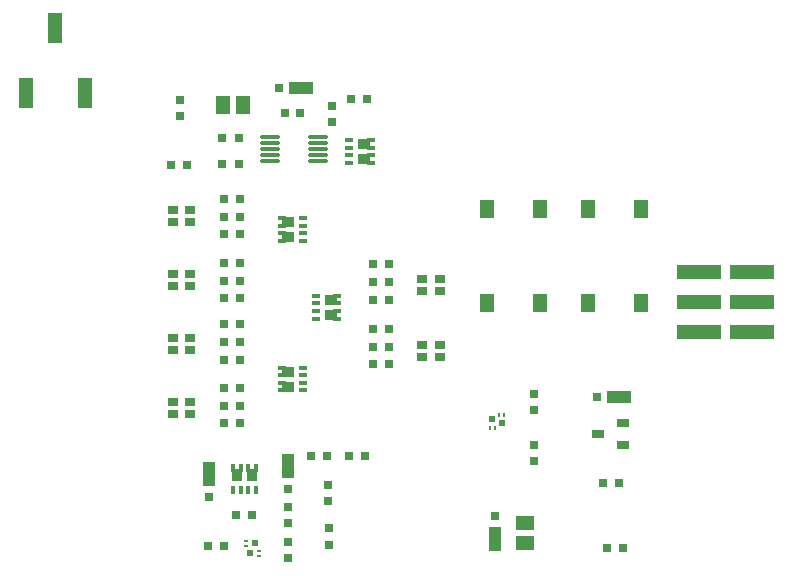
<source format=gtp>
%FSTAX23Y23*%
%MOIN*%
%SFA1B1*%

%IPPOS*%
%ADD64R,0.039400X0.037300*%
%ADD65R,0.039400X0.037400*%
%ADD66R,0.027600X0.011900*%
%ADD67R,0.029600X0.031600*%
%ADD68R,0.015800X0.008000*%
%ADD69R,0.019800X0.019800*%
%ADD70R,0.037300X0.039400*%
%ADD71R,0.037400X0.039400*%
%ADD72R,0.011900X0.027600*%
%ADD73R,0.150100X0.050100*%
%ADD74R,0.051300X0.061100*%
%ADD75O,0.067000X0.011900*%
%ADD76R,0.051300X0.059100*%
%ADD77R,0.031600X0.029600*%
%ADD78R,0.078800X0.043400*%
%ADD79R,0.031600X0.031600*%
%ADD80R,0.035500X0.027600*%
%ADD81R,0.040100X0.030100*%
%ADD82R,0.059100X0.051300*%
%ADD83R,0.043400X0.078800*%
%ADD84R,0.031600X0.031600*%
%ADD85R,0.008000X0.015800*%
%ADD86R,0.019800X0.019800*%
%ADD87R,0.047300X0.098500*%
%LNvapeixshield-1*%
%LPD*%
G54D64*
X03104Y04373D03*
Y03874D03*
X03247Y04063D03*
X03357Y04582D03*
G54D65*
X03104Y04322D03*
Y03823D03*
X03247Y04114D03*
X03357Y04633D03*
G54D66*
X03155Y04309D03*
Y04335D03*
Y04386D03*
Y0436D03*
X03083D03*
Y04386D03*
Y04335D03*
Y04309D03*
X03155Y03811D03*
Y03836D03*
Y03887D03*
Y03862D03*
X03083D03*
Y03887D03*
Y03836D03*
Y03811D03*
X03196Y04127D03*
Y04101D03*
Y0405D03*
Y04076D03*
X03268D03*
Y0405D03*
Y04101D03*
Y04127D03*
X03306Y04646D03*
Y0462D03*
Y04569D03*
Y04595D03*
X03379D03*
Y04569D03*
Y0462D03*
Y04646D03*
G54D67*
X03368Y04784D03*
X03315D03*
X02885Y04565D03*
X02939D03*
X03092Y04735D03*
X03145D03*
X02713Y04563D03*
X02766D03*
X02885Y04654D03*
X02939D03*
X03386Y04173D03*
X0344D03*
X03386Y04232D03*
X0344D03*
X03386Y04114D03*
X0344D03*
X03386Y03957D03*
X0344D03*
X03386Y04016D03*
X0344D03*
X03386Y03898D03*
X0344D03*
X02943Y03701D03*
X0289D03*
X02943Y0376D03*
X0289D03*
X02943Y03914D03*
X0289D03*
X02943Y03819D03*
X0289D03*
X02943Y03973D03*
X0289D03*
X02943Y04032D03*
X0289D03*
X02943Y04118D03*
X0289D03*
X02943Y04177D03*
X0289D03*
X02943Y04236D03*
X0289D03*
X02943Y0439D03*
X0289D03*
X02943Y04331D03*
X0289D03*
X02943Y04449D03*
X0289D03*
X02983Y03397D03*
X0293D03*
X0289Y03291D03*
X02837D03*
X03235Y03592D03*
X03181D03*
X0336D03*
X03307D03*
X04207Y03503D03*
X04154D03*
X0422Y03287D03*
X04167D03*
G54D68*
X03007Y0326D03*
Y03276D03*
X02964Y03308D03*
Y03292D03*
G54D69*
X02976Y03268D03*
X02993Y03301D03*
G54D70*
X02984Y03529D03*
G54D71*
X02933Y03529D03*
G54D72*
X0292Y03478D03*
X02946D03*
X02997D03*
X02971D03*
Y03551D03*
X02997D03*
X02946D03*
X0292D03*
G54D73*
X04649Y04005D03*
X04474D03*
X04649Y04105D03*
X04474D03*
X04649Y04205D03*
X04474D03*
G54D74*
X04281Y04103D03*
Y04416D03*
X04104D03*
Y04103D03*
X03945D03*
Y04416D03*
X03768D03*
Y04103D03*
G54D75*
X03203Y04576D03*
Y04596D03*
Y04616D03*
Y04635D03*
Y04655D03*
X03042Y04576D03*
Y04596D03*
Y04616D03*
Y04635D03*
Y04655D03*
G54D76*
X02887Y04764D03*
X02954D03*
G54D77*
X02742Y04778D03*
Y04725D03*
X03236Y03497D03*
Y03443D03*
X0324Y03297D03*
Y03351D03*
X03249Y04758D03*
Y04705D03*
X03923Y03747D03*
Y038D03*
Y03629D03*
Y03576D03*
X03103Y03253D03*
Y03306D03*
Y03424D03*
Y0337D03*
G54D78*
X03147Y0482D03*
X04207Y03789D03*
G54D79*
X03072Y0482D03*
X04132Y03789D03*
G54D80*
X02778Y03986D03*
Y03947D03*
X02719Y03986D03*
Y03947D03*
X02778Y04199D03*
Y0416D03*
X02719Y04199D03*
Y0416D03*
X02778Y03773D03*
Y03734D03*
X02719Y03773D03*
Y03734D03*
X02778Y04412D03*
Y04372D03*
X02719Y04412D03*
Y04372D03*
X03551Y04144D03*
Y04183D03*
X0361Y04144D03*
Y04183D03*
X03551Y03923D03*
Y03962D03*
X0361Y03923D03*
Y03962D03*
G54D81*
X04137Y03667D03*
X04219Y03704D03*
Y03629D03*
G54D82*
X03893Y03303D03*
Y0337D03*
G54D83*
X03793Y03316D03*
X02839Y03532D03*
X03103Y03559D03*
G54D84*
X03793Y03391D03*
X02839Y03457D03*
X03103Y03484D03*
G54D85*
X03808Y0373D03*
X03824D03*
X03792Y03687D03*
X03776D03*
G54D86*
X03817Y03701D03*
X03784Y03717D03*
G54D87*
X02426Y04801D03*
X0223D03*
X02328Y05018D03*
M02*
</source>
